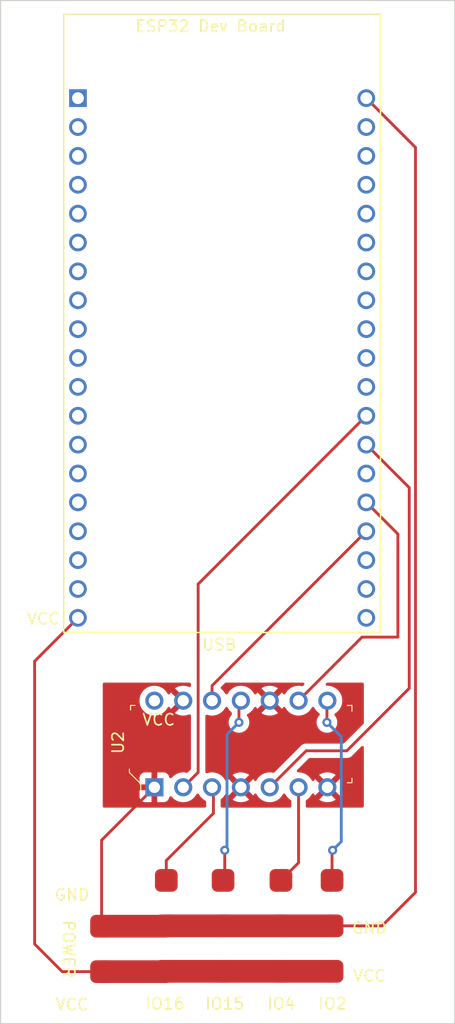
<source format=kicad_pcb>
(kicad_pcb (version 20211014) (generator pcbnew)
  (layers (0 "F.Cu" signal) (31 "B.Cu" signal) (34 "B.Paste" user) (35 "F.Paste" user) (36 "B.SilkS" user "B.Silkscreen") (37 "F.SilkS" user "F.Silkscreen") (38 "B.Mask" user) (39 "F.Mask" user) (44 "Edge.Cuts" user))
  (net 0 "")
  (net 1 "GND")
  (net 2 "VCC")
  (net 35 "/IO15")
  (net 36 "/IO2")
  (net 37 "/IO4")
  (net 38 "/IO16")
  (net 39 "/IO15_5v5")
  (net 40 "/IO2_5v5")
  (net 41 "/IO4_5v5")
  (net 42 "/IO16_5v5")
  (footprint "Custom:SolderPad_3_2.0_2.0mm" (layer "F.Cu") (at 69.7 146.4 90)
    (fp_text reference "J4" hide)
    (fp_text value "Conn_01x03_Female")
    (pad "1" smd roundrect (at -4 0 90) (size 2 2) (layers "F.Cu" "F.Paste" "F.Mask") (net 2 "VCC"))
    (pad "2" smd roundrect (at 0 0 90) (size 2 2) (layers "F.Cu" "F.Paste" "F.Mask") (net 1 "GND"))
    (pad "3" smd roundrect (at 4 0 90) (size 2 2) (layers "F.Cu" "F.Paste" "F.Mask") (net 41 "/IO4_5v5"))
  )
  (footprint "Custom:SolderPad_3_2.0_2.0mm" (layer "F.Cu") (at 74.2 146.4 90)
    (fp_text reference "J3" hide)
    (fp_text value "Conn_01x03_Female")
    (pad "1" smd roundrect (at -4 0 90) (size 2 2) (layers "F.Cu" "F.Paste" "F.Mask") (net 2 "VCC"))
    (pad "2" smd roundrect (at 0 0 90) (size 2 2) (layers "F.Cu" "F.Paste" "F.Mask") (net 1 "GND"))
    (pad "3" smd roundrect (at 4 0 90) (size 2 2) (layers "F.Cu" "F.Paste" "F.Mask") (net 40 "/IO2_5v5"))
  )
  (footprint "ESP32:MODULE_ESP32-DEVKITC-32D" (layer "F.Cu") (at 64.516 93.345)
    (fp_text reference "ESP32 Dev Board" (at -1.016 -26.095) (layer "F.SilkS") (effects (font (size 1.000386 1.000386))))
    (fp_text value "ESP32-DEVKITC-32D")
    (fp_line (start -13.95 -27.15) (end 13.95 -27.15) (layer "F.SilkS") (width 0.127))
    (fp_line (start -13.95 27.25) (end -13.95 -27.15) (layer "F.SilkS") (width 0.127))
    (fp_line (start 13.95 -27.15) (end 13.95 27.25) (layer "F.SilkS") (width 0.127))
    (fp_line (start 13.95 27.25) (end -13.95 27.25) (layer "F.SilkS") (width 0.127))
    (pad "1" thru_hole rect (at -12.7 -19.76) (size 1.56 1.56) (drill 1.04) (layers *.Cu *.Mask))
    (pad "2" thru_hole circle (at -12.7 -17.22) (size 1.56 1.56) (drill 1.04) (layers *.Cu *.Mask))
    (pad "3" thru_hole circle (at -12.7 -14.68) (size 1.56 1.56) (drill 1.04) (layers *.Cu *.Mask))
    (pad "4" thru_hole circle (at -12.7 -12.14) (size 1.56 1.56) (drill 1.04) (layers *.Cu *.Mask))
    (pad "5" thru_hole circle (at -12.7 -9.6) (size 1.56 1.56) (drill 1.04) (layers *.Cu *.Mask))
    (pad "6" thru_hole circle (at -12.7 -7.06) (size 1.56 1.56) (drill 1.04) (layers *.Cu *.Mask))
    (pad "7" thru_hole circle (at -12.7 -4.52) (size 1.56 1.56) (drill 1.04) (layers *.Cu *.Mask))
    (pad "8" thru_hole circle (at -12.7 -1.98) (size 1.56 1.56) (drill 1.04) (layers *.Cu *.Mask))
    (pad "9" thru_hole circle (at -12.7 0.56) (size 1.56 1.56) (drill 1.04) (layers *.Cu *.Mask))
    (pad "10" thru_hole circle (at -12.7 3.1) (size 1.56 1.56) (drill 1.04) (layers *.Cu *.Mask))
    (pad "11" thru_hole circle (at -12.7 5.64) (size 1.56 1.56) (drill 1.04) (layers *.Cu *.Mask))
    (pad "12" thru_hole circle (at -12.7 8.18) (size 1.56 1.56) (drill 1.04) (layers *.Cu *.Mask))
    (pad "13" thru_hole circle (at -12.7 10.72) (size 1.56 1.56) (drill 1.04) (layers *.Cu *.Mask))
    (pad "14" thru_hole circle (at -12.7 13.26) (size 1.56 1.56) (drill 1.04) (layers *.Cu *.Mask))
    (pad "15" thru_hole circle (at -12.7 15.8) (size 1.56 1.56) (drill 1.04) (layers *.Cu *.Mask))
    (pad "16" thru_hole circle (at -12.7 18.34) (size 1.56 1.56) (drill 1.04) (layers *.Cu *.Mask))
    (pad "17" thru_hole circle (at -12.7 20.88) (size 1.56 1.56) (drill 1.04) (layers *.Cu *.Mask))
    (pad "18" thru_hole circle (at -12.7 23.42) (size 1.56 1.56) (drill 1.04) (layers *.Cu *.Mask))
    (pad "19" thru_hole circle (at -12.7 25.96) (size 1.56 1.56) (drill 1.04) (layers *.Cu *.Mask) (net 2 "VCC"))
    (pad "20" thru_hole circle (at 12.7 -19.76) (size 1.56 1.56) (drill 1.04) (layers *.Cu *.Mask) (net 1 "GND"))
    (pad "21" thru_hole circle (at 12.7 -17.22) (size 1.56 1.56) (drill 1.04) (layers *.Cu *.Mask))
    (pad "22" thru_hole circle (at 12.7 -14.68) (size 1.56 1.56) (drill 1.04) (layers *.Cu *.Mask))
    (pad "23" thru_hole circle (at 12.7 -12.14) (size 1.56 1.56) (drill 1.04) (layers *.Cu *.Mask))
    (pad "24" thru_hole circle (at 12.7 -9.6) (size 1.56 1.56) (drill 1.04) (layers *.Cu *.Mask))
    (pad "25" thru_hole circle (at 12.7 -7.06) (size 1.56 1.56) (drill 1.04) (layers *.Cu *.Mask))
    (pad "26" thru_hole circle (at 12.7 -4.52) (size 1.56 1.56) (drill 1.04) (layers *.Cu *.Mask))
    (pad "27" thru_hole circle (at 12.7 -1.98) (size 1.56 1.56) (drill 1.04) (layers *.Cu *.Mask))
    (pad "28" thru_hole circle (at 12.7 0.56) (size 1.56 1.56) (drill 1.04) (layers *.Cu *.Mask))
    (pad "29" thru_hole circle (at 12.7 3.1) (size 1.56 1.56) (drill 1.04) (layers *.Cu *.Mask))
    (pad "30" thru_hole circle (at 12.7 5.64) (size 1.56 1.56) (drill 1.04) (layers *.Cu *.Mask))
    (pad "31" thru_hole circle (at 12.7 8.18) (size 1.56 1.56) (drill 1.04) (layers *.Cu *.Mask) (net 38 "/IO16"))
    (pad "32" thru_hole circle (at 12.7 10.72) (size 1.56 1.56) (drill 1.04) (layers *.Cu *.Mask) (net 37 "/IO4"))
    (pad "33" thru_hole circle (at 12.7 13.26) (size 1.56 1.56) (drill 1.04) (layers *.Cu *.Mask))
    (pad "34" thru_hole circle (at 12.7 15.8) (size 1.56 1.56) (drill 1.04) (layers *.Cu *.Mask) (net 36 "/IO2"))
    (pad "35" thru_hole circle (at 12.7 18.34) (size 1.56 1.56) (drill 1.04) (layers *.Cu *.Mask) (net 35 "/IO15"))
    (pad "36" thru_hole circle (at 12.7 20.88) (size 1.56 1.56) (drill 1.04) (layers *.Cu *.Mask))
    (pad "37" thru_hole circle (at 12.7 23.42) (size 1.56 1.56) (drill 1.04) (layers *.Cu *.Mask))
    (pad "38" thru_hole circle (at 12.7 25.96) (size 1.56 1.56) (drill 1.04) (layers *.Cu *.Mask))
  )
  (footprint "Custom:SolderPad_2_2.0_2.0mm" (layer "F.Cu") (at 53.9 148.55 -90)
    (fp_text reference "POWER" (at -0.1 2.9 -90 unlocked) (layer "F.SilkS"))
    (fp_text value "Barrel_Jack")
    (pad "1" smd roundrect (at -2.12 0 270) (size 2 2) (layers "F.Cu" "F.Paste" "F.Mask") (net 1 "GND"))
    (pad "2" smd roundrect (at 1.88 0 270) (size 2 2) (layers "F.Cu" "F.Paste" "F.Mask") (net 2 "VCC"))
  )
  (footprint "Custom:SolderPad_3_2.0_2.0mm" (layer "F.Cu") (at 64.6 146.4 90)
    (fp_text reference "J2" hide)
    (fp_text value "Conn_01x03_Female")
    (pad "1" smd roundrect (at -4 0 90) (size 2 2) (layers "F.Cu" "F.Paste" "F.Mask") (net 2 "VCC"))
    (pad "2" smd roundrect (at 0 0 90) (size 2 2) (layers "F.Cu" "F.Paste" "F.Mask") (net 1 "GND"))
    (pad "3" smd roundrect (at 4 0 90) (size 2 2) (layers "F.Cu" "F.Paste" "F.Mask") (net 39 "/IO15_5v5"))
  )
  (footprint "digikey-footprints:DIP-14_W3mm" (layer "F.Cu") (at 58.55 134.21 90)
    (fp_text reference "U2" (at 3.94 -3.2 90) (layer "F.SilkS"))
    (fp_text value "SN74AHCT125N")
    (fp_line (start 0.3 -1.2) (end -0.07 -1.2) (layer "F.SilkS") (width 0.1))
    (fp_line (start 1.6 -2.2) (end 1.3 -2.2) (layer "F.SilkS") (width 0.1))
    (fp_line (start 1.3 -2.2) (end 0.3 -1.2) (layer "F.SilkS") (width 0.1))
    (fp_line (start 7.2 -1.7) (end 7.2 -2.1) (layer "F.SilkS") (width 0.1))
    (fp_line (start 7.2 -2.1) (end 6.8 -2.1) (layer "F.SilkS") (width 0.1))
    (fp_line (start 0.4 17) (end 0.4 17.4) (layer "F.SilkS") (width 0.1))
    (fp_line (start 7.2 17.4) (end 7.2 17) (layer "F.SilkS") (width 0.1))
    (fp_line (start 6.7 17.4) (end 7.2 17.4) (layer "F.SilkS") (width 0.1))
    (fp_line (start 0.4 17.4) (end 0.8 17.4) (layer "F.SilkS") (width 0.1))
    (fp_line (start -0.08 -1.2) (end -0.33 -1.2) (layer "F.SilkS") (width 0.1))
    (pad "1" thru_hole rect locked (at 0 0 90) (size 1.6 1.6) (drill 1) (layers *.Cu *.Mask) (net 1 "GND"))
    (pad "2" thru_hole circle locked (at 0 2.54 90) (size 1.6 1.6) (drill 1) (layers *.Cu *.Mask) (net 38 "/IO16"))
    (pad "3" thru_hole circle locked (at 0 5.08 90) (size 1.6 1.6) (drill 1) (layers *.Cu *.Mask) (net 42 "/IO16_5v5"))
    (pad "4" thru_hole circle locked (at 0 7.62 90) (size 1.6 1.6) (drill 1) (layers *.Cu *.Mask) (net 1 "GND"))
    (pad "5" thru_hole circle locked (at 0 10.16 90) (size 1.6 1.6) (drill 1) (layers *.Cu *.Mask) (net 37 "/IO4"))
    (pad "6" thru_hole circle locked (at 0 12.7 90) (size 1.6 1.6) (drill 1) (layers *.Cu *.Mask) (net 41 "/IO4_5v5"))
    (pad "7" thru_hole circle locked (at 0 15.24 90) (size 1.6 1.6) (drill 1) (layers *.Cu *.Mask) (net 1 "GND"))
    (pad "8" thru_hole circle locked (at 7.62 15.24 90) (size 1.6 1.6) (drill 1) (layers *.Cu *.Mask) (net 40 "/IO2_5v5"))
    (pad "9" thru_hole circle locked (at 7.62 12.7 90) (size 1.6 1.6) (drill 1) (layers *.Cu *.Mask) (net 36 "/IO2"))
    (pad "10" thru_hole circle locked (at 7.62 10.16 90) (size 1.6 1.6) (drill 1) (layers *.Cu *.Mask) (net 1 "GND"))
    (pad "11" thru_hole circle locked (at 7.62 7.62 90) (size 1.6 1.6) (drill 1) (layers *.Cu *.Mask) (net 39 "/IO15_5v5"))
    (pad "12" thru_hole circle locked (at 7.62 5.08 90) (size 1.6 1.6) (drill 1) (layers *.Cu *.Mask) (net 35 "/IO15"))
    (pad "13" thru_hole circle locked (at 7.62 2.54 90) (size 1.6 1.6) (drill 1) (layers *.Cu *.Mask) (net 1 "GND"))
    (pad "14" thru_hole circle locked (at 7.62 0 90) (size 1.6 1.6) (drill 1) (layers *.Cu *.Mask) (net 2 "VCC"))
  )
  (footprint "Custom:SolderPad_3_2.0_2.0mm" (layer "F.Cu") (at 59.6 146.4 90)
    (fp_text reference "J5" hide)
    (fp_text value "Conn_01x03_Female")
    (pad "1" smd roundrect (at -4 0 90) (size 2 2) (layers "F.Cu" "F.Paste" "F.Mask") (net 2 "VCC"))
    (pad "2" smd roundrect (at 0 0 90) (size 2 2) (layers "F.Cu" "F.Paste" "F.Mask") (net 1 "GND"))
    (pad "3" smd roundrect (at 4 0 90) (size 2 2) (layers "F.Cu" "F.Paste" "F.Mask") (net 42 "/IO16_5v5"))
  )
  (gr_rect (start 45 65) (end 85 155) (layer "Edge.Cuts") (width 0.1) (fill none))
  (gr_text "IO15" (at 64.75 153.25) (layer "F.SilkS") (effects (font (size 1 1))))
  (gr_text "IO4" (at 69.75 153.25) (layer "F.SilkS") (effects (font (size 1 1))))
  (gr_text "IO16" (at 59.5 153.25) (layer "F.SilkS") (effects (font (size 1 1))))
  (gr_text "GND" (at 77.5 146.6) (layer "F.SilkS") (effects (font (size 1 1))))
  (gr_text "VCC" (at 77.5 150.8) (layer "F.SilkS") (effects (font (size 1 1))))
  (gr_text "USB" (at 64.262 121.666) (layer "F.SilkS") (effects (font (size 1 1))))
  (gr_text "GND" (at 51.3 143.674) (layer "F.SilkS") (effects (font (size 1 1))))
  (gr_text "VCC" (at 51.3 153.326) (layer "F.SilkS") (effects (font (size 1 1))))
  (gr_text "IO2" (at 74.25 153.25) (layer "F.SilkS") (effects (font (size 1 1))))
  (gr_text "VCC" (at 48.768 119.38) (layer "F.SilkS") (effects (font (size 1 1))))
  (gr_text "VCC" (at 58.928 128.27) (layer "F.SilkS") (effects (font (size 1 1))))
  (segment (start 81.549519 143.450481) (end 78.6 146.4) (width 0.25) (layer "F.Cu") (net 1))
  (segment (start 53.9 138.86) (end 53.9 146.43) (width 0.25) (layer "F.Cu") (net 1))
  (segment (start 59.6 146.4) (end 64.6 146.4) (width 2) (layer "F.Cu") (net 1))
  (segment (start 77.216 73.585) (end 81.549519 77.918519) (width 0.25) (layer "F.Cu") (net 1))
  (segment (start 59.57 146.43) (end 59.6 146.4) (width 0.25) (layer "F.Cu") (net 1))
  (segment (start 78.6 146.4) (end 74.2 146.4) (width 0.25) (layer "F.Cu") (net 1))
  (segment (start 81.549519 77.918519) (end 81.549519 143.450481) (width 0.25) (layer "F.Cu") (net 1))
  (segment (start 64.6 146.4) (end 69.7 146.4) (width 2) (layer "F.Cu") (net 1))
  (segment (start 53.9 146.43) (end 59.57 146.43) (width 2) (layer "F.Cu") (net 1))
  (segment (start 69.7 146.4) (end 74.2 146.4) (width 2) (layer "F.Cu") (net 1))
  (segment (start 58.55 134.21) (end 53.9 138.86) (width 0.25) (layer "F.Cu") (net 1))
  (segment (start 48 148) (end 50.43 150.43) (width 0.25) (layer "F.Cu") (net 2))
  (segment (start 48 123.121) (end 48 148) (width 0.25) (layer "F.Cu") (net 2))
  (segment (start 51.816 119.305) (end 48 123.121) (width 0.25) (layer "F.Cu") (net 2))
  (segment (start 69.7 150.4) (end 64.6 150.4) (width 2) (layer "F.Cu") (net 2))
  (segment (start 64.6 150.4) (end 59.6 150.4) (width 2) (layer "F.Cu") (net 2))
  (segment (start 74.2 150.4) (end 69.7 150.4) (width 2) (layer "F.Cu") (net 2))
  (segment (start 53.9 150.43) (end 59.57 150.43) (width 2) (layer "F.Cu") (net 2))
  (segment (start 59.57 150.43) (end 59.6 150.4) (width 0.25) (layer "F.Cu") (net 2))
  (segment (start 50.43 150.43) (end 53.9 150.43) (width 0.25) (layer "F.Cu") (net 2))
  (segment (start 63.63 125.271) (end 63.63 126.59) (width 0.25) (layer "F.Cu") (net 35))
  (segment (start 77.216 111.685) (end 63.63 125.271) (width 0.25) (layer "F.Cu") (net 35))
  (segment (start 80 111.929) (end 80 121) (width 0.25) (layer "F.Cu") (net 36))
  (segment (start 76.84 121) (end 71.25 126.59) (width 0.25) (layer "F.Cu") (net 36))
  (segment (start 77.216 109.145) (end 80 111.929) (width 0.25) (layer "F.Cu") (net 36))
  (segment (start 80 121) (end 76.84 121) (width 0.25) (layer "F.Cu") (net 36))
  (segment (start 81 107.849) (end 77.216 104.065) (width 0.25) (layer "F.Cu") (net 37))
  (segment (start 68.71 134.21) (end 71.92 131) (width 0.25) (layer "F.Cu") (net 37))
  (segment (start 81 125.5) (end 81 107.849) (width 0.25) (layer "F.Cu") (net 37))
  (segment (start 71.92 131) (end 75.5 131) (width 0.25) (layer "F.Cu") (net 37))
  (segment (start 75.5 131) (end 81 125.5) (width 0.25) (layer "F.Cu") (net 37))
  (segment (start 62.405489 132.894511) (end 61.09 134.21) (width 0.25) (layer "F.Cu") (net 38))
  (segment (start 62.405489 116.335511) (end 62.405489 132.894511) (width 0.25) (layer "F.Cu") (net 38))
  (segment (start 77.216 101.525) (end 62.405489 116.335511) (width 0.25) (layer "F.Cu") (net 38))
  (segment (start 66 126.76) (end 66.17 126.59) (width 0.25) (layer "F.Cu") (net 39))
  (segment (start 64.75 139.75) (end 64.75 142.25) (width 0.25) (layer "F.Cu") (net 39))
  (segment (start 66 128.5) (end 66 126.76) (width 0.25) (layer "F.Cu") (net 39))
  (segment (start 64.75 142.25) (end 64.6 142.4) (width 0.25) (layer "F.Cu") (net 39))
  (via (at 64.75 139.75) (size 0.8) (drill 0.4) (layers "F.Cu" "B.Cu") (net 39))
  (via (at 66 128.5) (size 0.8) (drill 0.4) (layers "F.Cu" "B.Cu") (net 39))
  (segment (start 64.945489 139.554511) (end 64.75 139.75) (width 0.25) (layer "B.Cu") (net 39))
  (segment (start 66 128.5) (end 64.945489 129.554511) (width 0.25) (layer "B.Cu") (net 39))
  (segment (start 64.945489 129.554511) (end 64.945489 139.554511) (width 0.25) (layer "B.Cu") (net 39))
  (segment (start 73.75 128.5) (end 73.75 126.63) (width 0.25) (layer "F.Cu") (net 40))
  (segment (start 74.2 139.8) (end 74.2 142.4) (width 0.25) (layer "F.Cu") (net 40))
  (segment (start 74.25 139.75) (end 74.2 139.8) (width 0.25) (layer "F.Cu") (net 40))
  (segment (start 73.75 126.63) (end 73.79 126.59) (width 0.25) (layer "F.Cu") (net 40))
  (via (at 74.25 139.75) (size 0.8) (drill 0.4) (layers "F.Cu" "B.Cu") (net 40))
  (via (at 73.75 128.5) (size 0.8) (drill 0.4) (layers "F.Cu" "B.Cu") (net 40))
  (segment (start 75.014511 129.764511) (end 73.75 128.5) (width 0.25) (layer "B.Cu") (net 40))
  (segment (start 75.014511 138.985489) (end 75.014511 129.764511) (width 0.25) (layer "B.Cu") (net 40))
  (segment (start 74.25 139.75) (end 75.014511 138.985489) (width 0.25) (layer "B.Cu") (net 40))
  (segment (start 71.25 140.85) (end 69.7 142.4) (width 0.25) (layer "F.Cu") (net 41))
  (segment (start 71.25 134.21) (end 71.25 140.85) (width 0.25) (layer "F.Cu") (net 41))
  (segment (start 63.75 136.5) (end 59.6 140.65) (width 0.25) (layer "F.Cu") (net 42))
  (segment (start 59.6 140.65) (end 59.6 142.4) (width 0.25) (layer "F.Cu") (net 42))
  (segment (start 63.75 134.33) (end 63.63 134.21) (width 0.25) (layer "F.Cu") (net 42))
  (segment (start 63.75 136.5) (end 63.75 134.33) (width 0.25) (layer "F.Cu") (net 42))
  (zone (net 1) (net_name "GND") (layer "F.Cu") (connect_pads (clearance 0.508)) (min_thickness 0.254) (fill yes (thermal_gap 0.508) (thermal_bridge_width 0.508))
    (polygon (pts (xy 77 136) (xy 54 136) (xy 54 125) (xy 77 125)))
  )
)
</source>
